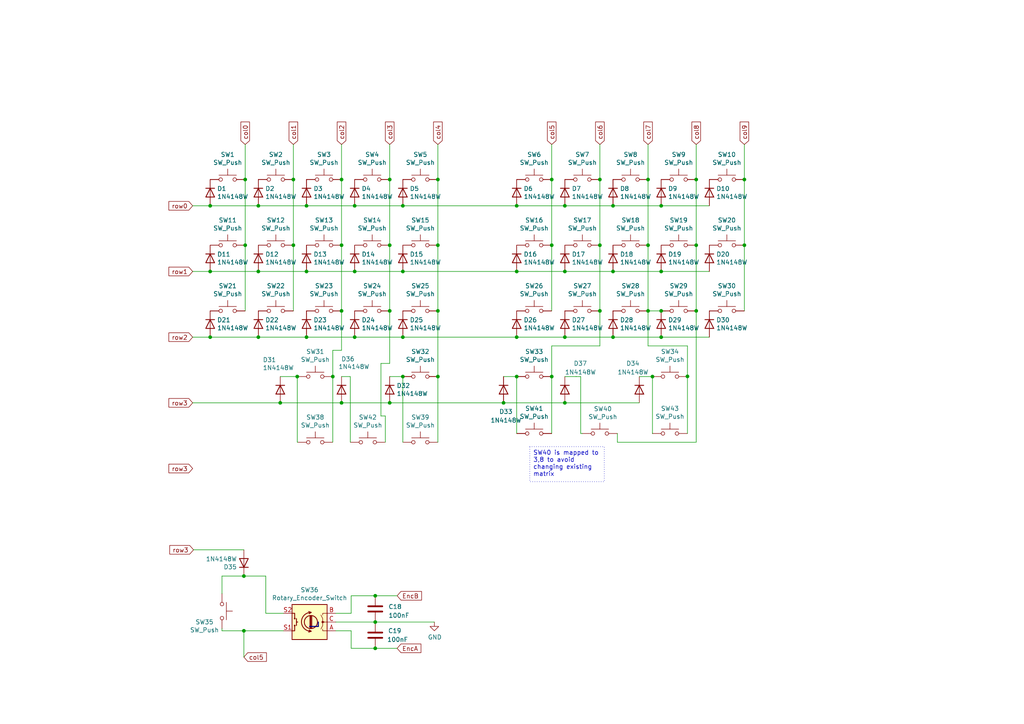
<source format=kicad_sch>
(kicad_sch (version 20230121) (generator eeschema)
  (paper "A4")
  (title_block (title "Hotswap Chiffre (36 key)") (date "2024-03-06") (rev "0.3") (company "sporkus"))
  (lib_symbols
    (symbol "Device:C" (pin_numbers hide) (pin_names (offset 0.254))
      (property "Reference" "C" (at 0.635 2.54 0))
      (property "Value" "C" (at 0.635 -2.54 0))
      (symbol "C_0_1"
        (polyline (pts (xy -2.032 -0.762) (xy 2.032 -0.762)) (stroke (width 0.508)))
        (polyline (pts (xy -2.032 0.762) (xy 2.032 0.762)) (stroke (width 0.508)))
      )
      (symbol "C_1_1"
        (pin passive line (at 0 3.81 270) (length 2.794) (name "~") (number "1"))
        (pin passive line (at 0 -3.81 90) (length 2.794) (name "~") (number "2"))
      )
    )
    (symbol "Diode:1N4148" (pin_numbers hide) (pin_names hide)
      (property "Reference" "D" (at 0 2.54 0))
      (property "Value" "1N4148" (at 0 -2.54 0))
      (symbol "1N4148_0_1"
        (polyline (pts (xy -1.27 1.27) (xy -1.27 -1.27)) (stroke (width 0.254)))
        (polyline (pts (xy 1.27 0) (xy -1.27 0)))
        (polyline (pts (xy 1.27 1.27) (xy 1.27 -1.27) (xy -1.27 0) (xy 1.27 1.27)) (stroke (width 0.254)))
      )
      (symbol "1N4148_1_1"
        (pin passive line (at -3.81 0 0) (length 2.54) (name "K") (number "1"))
        (pin passive line (at 3.81 0 180) (length 2.54) (name "A") (number "2"))
      )
    )
    (symbol "LeChiffre-rescue:Rotary_Encoder_Switch-Device" (pin_names (offset 0.254) hide)
      (property "Reference" "SW" (at 0 6.604 0))
      (property "Value" "Rotary_Encoder_Switch-Device" (at 0 -6.604 0))
      (symbol "Rotary_Encoder_Switch-Device_0_1"
        (rectangle (start -5.08 5.08) (end 5.08 -5.08) (stroke (width 0.254)) (fill (type background)))
        (circle (center -3.81 0) (radius 0.254) (fill (type outline)))
        (arc (start -0.381 -2.794) (mid 2.3376 -0.0635) (end -0.381 2.667) (stroke (width 0.254)))
        (circle (center -0.381 0) (radius 1.905) (stroke (width 0.254)))
        (polyline (pts (xy -0.635 -1.778) (xy -0.635 1.778)) (stroke (width 0.254)))
        (polyline (pts (xy -0.381 -1.778) (xy -0.381 1.778)) (stroke (width 0.254)))
        (polyline (pts (xy -0.127 1.778) (xy -0.127 -1.778)) (stroke (width 0.254)))
        (polyline (pts (xy 3.81 0) (xy 3.429 0)) (stroke (width 0.254)))
        (polyline (pts (xy 3.81 1.016) (xy 3.81 -1.016)) (stroke (width 0.254)))
        (polyline (pts (xy -5.08 -2.54) (xy -3.81 -2.54) (xy -3.81 -2.032)))
        (polyline (pts (xy -5.08 2.54) (xy -3.81 2.54) (xy -3.81 2.032)))
        (polyline (pts (xy 0.254 -3.048) (xy -0.508 -2.794) (xy 0.127 -2.413)) (stroke (width 0.254)))
        (polyline (pts (xy 0.254 2.921) (xy -0.508 2.667) (xy 0.127 2.286)) (stroke (width 0.254)))
        (polyline (pts (xy 5.08 -2.54) (xy 4.318 -2.54) (xy 4.318 -1.016)) (stroke (width 0.254)))
        (polyline (pts (xy 5.08 2.54) (xy 4.318 2.54) (xy 4.318 1.016)) (stroke (width 0.254)))
        (polyline (pts (xy -5.08 0) (xy -3.81 0) (xy -3.81 -1.016) (xy -3.302 -2.032)))
        (polyline (pts (xy -4.318 0) (xy -3.81 0) (xy -3.81 1.016) (xy -3.302 2.032)))
        (circle (center 4.318 -1.016) (radius 0.127) (stroke (width 0.254)))
        (circle (center 4.318 1.016) (radius 0.127) (stroke (width 0.254)))
      )
      (symbol "Rotary_Encoder_Switch-Device_1_1"
        (pin passive line (at -7.62 2.54 0) (length 2.54) (name "A") (number "A"))
        (pin passive line (at -7.62 -2.54 0) (length 2.54) (name "B") (number "B"))
        (pin passive line (at -7.62 0 0) (length 2.54) (name "C") (number "C"))
        (pin passive line (at 7.62 2.54 180) (length 2.54) (name "S1") (number "S1"))
        (pin passive line (at 7.62 -2.54 180) (length 2.54) (name "S2") (number "S2"))
      )
    )
    (symbol "Switch:SW_Push" (pin_numbers hide) (pin_names (offset 1.016) hide)
      (property "Reference" "SW" (at 1.27 2.54 0))
      (property "Value" "SW_Push" (at 0 -1.524 0))
      (symbol "SW_Push_0_1"
        (circle (center -2.032 0) (radius 0.508))
        (polyline (pts (xy 0 1.27) (xy 0 3.048)))
        (polyline (pts (xy 2.54 1.27) (xy -2.54 1.27)))
        (circle (center 2.032 0) (radius 0.508))
        (pin passive line (at -5.08 0 0) (length 2.54) (name "1") (number "1"))
        (pin passive line (at 5.08 0 180) (length 2.54) (name "2") (number "2"))
      )
    )
    (symbol "power:GND" (power) (pin_names (offset 0))
      (property "Value" "GND" (at 0 -3.81 0))
      (symbol "GND_0_1"
        (polyline (pts (xy 0 0) (xy 0 -1.27) (xy 1.27 -1.27) (xy 0 -2.54) (xy -1.27 -1.27) (xy 0 -1.27)))
      )
      (symbol "GND_1_1"
        (pin power_in line (at 0 0 270) (length 0) hide (name "GND") (number "1"))
      )
    )
  )
  (junction (at 187.96 52.07))
  (junction (at 102.87 78.74))
  (junction (at 70.7366 167.085))
  (junction (at 191.77 97.79))
  (junction (at 160.02 71.12))
  (junction (at 160.02 52.07))
  (junction (at 127 90.17))
  (junction (at 74.93 59.69))
  (junction (at 108.8366 188.04))
  (junction (at 60.96 59.69))
  (junction (at 81.28 116.84))
  (junction (at 127 71.12))
  (junction (at 163.83 97.79))
  (junction (at 108.8366 172.8))
  (junction (at 70.7366 182.96))
  (junction (at 88.9 97.79))
  (junction (at 149.86 78.74))
  (junction (at 86.2186 109.22))
  (junction (at 113.03 52.07))
  (junction (at 74.93 97.79))
  (junction (at 71.12 71.12))
  (junction (at 201.93 90.17))
  (junction (at 191.77 78.74))
  (junction (at 99.06 90.17))
  (junction (at 177.8 59.69))
  (junction (at 146.05 116.84))
  (junction (at 187.96 71.12))
  (junction (at 99.06 52.07))
  (junction (at 96.52 109.22))
  (junction (at 189.2412 109.22))
  (junction (at 215.9 71.12))
  (junction (at 85.09 71.12))
  (junction (at 60.96 78.74))
  (junction (at 102.87 59.69))
  (junction (at 201.93 71.12))
  (junction (at 108.8366 180.42))
  (junction (at 187.96 90.17))
  (junction (at 163.83 59.69))
  (junction (at 113.03 116.84))
  (junction (at 163.83 116.84))
  (junction (at 88.9 78.74))
  (junction (at 113.03 90.17))
  (junction (at 99.06 116.84))
  (junction (at 116.84 109.22))
  (junction (at 127 109.22))
  (junction (at 60.96 97.79))
  (junction (at 71.12 52.07))
  (junction (at 149.86 59.69))
  (junction (at 191.77 59.69))
  (junction (at 74.93 78.74))
  (junction (at 173.99 71.12))
  (junction (at 88.9 59.69))
  (junction (at 199.39 109.1694))
  (junction (at 85.09 52.07))
  (junction (at 215.9 52.07))
  (junction (at 116.84 59.69))
  (junction (at 191.77 90.17))
  (junction (at 173.99 52.07))
  (junction (at 116.84 97.79))
  (junction (at 201.93 52.07))
  (junction (at 160.02 109.22))
  (junction (at 177.8 97.79))
  (junction (at 116.84 78.74))
  (junction (at 113.03 71.12))
  (junction (at 149.86 97.79))
  (junction (at 127 52.07))
  (junction (at 173.99 90.17))
  (junction (at 99.06 71.12))
  (junction (at 149.86 109.22))
  (junction (at 163.83 78.74))
  (junction (at 102.87 97.79))
  (junction (at 177.8 78.74))
  (wire (pts (xy 149.86 59.69) (xy 163.83 59.69)))
  (wire (pts (xy 113.03 52.07) (xy 113.03 71.12)))
  (wire (pts (xy 108.8366 172.8) (xy 101.8516 172.8)))
  (wire (pts (xy 163.83 59.69) (xy 177.8 59.69)))
  (wire (pts (xy 127 71.12) (xy 127 90.17)))
  (wire (pts (xy 86.2186 109.22) (xy 86.2186 128.27)))
  (wire (pts (xy 199.4012 109.1694) (xy 199.4012 109.22)))
  (wire (pts (xy 102.87 97.79) (xy 116.84 97.79)))
  (wire (pts (xy 113.03 109.22) (xy 116.84 109.22)))
  (bus (pts (xy 92.3266 180.42) (xy 92.3266 181.69)))
  (wire (pts (xy 99.06 41.91) (xy 99.06 52.07)))
  (wire (pts (xy 70.7366 182.96) (xy 82.1666 182.96)))
  (wire (pts (xy 160.02 52.07) (xy 160.02 71.12)))
  (wire (pts (xy 127 41.91) (xy 127 52.07)))
  (wire (pts (xy 168.4288 125.73) (xy 168.4288 109.2207)))
  (wire (pts (xy 108.8366 180.42) (xy 125.9816 180.42)))
  (wire (pts (xy 201.93 128.27) (xy 201.93 90.17)))
  (wire (pts (xy 179.07 125.73) (xy 179.07 128.27)))
  (wire (pts (xy 191.77 97.79) (xy 205.74 97.79)))
  (wire (pts (xy 201.93 52.07) (xy 201.93 71.12)))
  (wire (pts (xy 110.49 105.41) (xy 110.49 120.65)))
  (wire (pts (xy 160.02 100.33) (xy 160.02 109.22)))
  (wire (pts (xy 85.09 71.12) (xy 85.09 90.17)))
  (wire (pts (xy 187.96 90.17) (xy 187.96 100.33)))
  (wire (pts (xy 193.0512 90.17) (xy 191.77 90.17)))
  (wire (pts (xy 99.06 90.17) (xy 99.06 101.6)))
  (wire (pts (xy 173.99 90.17) (xy 173.99 100.33)))
  (wire (pts (xy 160.02 109.22) (xy 160.02 125.73)))
  (wire (pts (xy 77.0866 177.88) (xy 82.1666 177.88)))
  (wire (pts (xy 71.12 71.12) (xy 71.12 90.17)))
  (wire (pts (xy 173.99 41.91) (xy 173.99 52.07)))
  (wire (pts (xy 116.84 59.69) (xy 149.86 59.69)))
  (wire (pts (xy 191.77 90.17) (xy 187.96 90.17)))
  (wire (pts (xy 173.99 52.07) (xy 173.99 71.12)))
  (wire (pts (xy 70.7366 182.96) (xy 70.7366 190.58)))
  (wire (pts (xy 187.96 41.91) (xy 187.96 52.07)))
  (wire (pts (xy 101.8516 172.8) (xy 101.8516 177.88)))
  (wire (pts (xy 185.42 109.22) (xy 189.2412 109.22)))
  (wire (pts (xy 179.07 128.27) (xy 201.93 128.27)))
  (wire (pts (xy 146.05 116.84) (xy 163.83 116.84)))
  (wire (pts (xy 74.93 78.74) (xy 88.9 78.74)))
  (bus (pts (xy 92.3266 181.69) (xy 89.7866 181.69)))
  (wire (pts (xy 64.3866 182.96) (xy 70.7366 182.96)))
  (wire (pts (xy 187.96 100.33) (xy 199.39 100.33)))
  (wire (pts (xy 108.8366 172.8) (xy 115.1866 172.8)))
  (wire (pts (xy 113.03 41.91) (xy 113.03 52.07)))
  (wire (pts (xy 116.84 78.74) (xy 149.86 78.74)))
  (wire (pts (xy 149.86 78.74) (xy 163.83 78.74)))
  (wire (pts (xy 55.88 97.79) (xy 60.96 97.79)))
  (wire (pts (xy 163.83 97.79) (xy 177.8 97.79)))
  (wire (pts (xy 215.9 71.12) (xy 215.9 90.17)))
  (wire (pts (xy 81.28 116.84) (xy 99.06 116.84)))
  (wire (pts (xy 215.9 41.91) (xy 215.9 52.07)))
  (wire (pts (xy 160.02 71.12) (xy 160.02 90.17)))
  (wire (pts (xy 96.52 109.22) (xy 96.52 128.27)))
  (wire (pts (xy 55.88 116.84) (xy 81.28 116.84)))
  (wire (pts (xy 55.88 78.74) (xy 60.96 78.74)))
  (wire (pts (xy 74.93 59.69) (xy 88.9 59.69)))
  (wire (pts (xy 113.03 71.12) (xy 113.03 90.17)))
  (wire (pts (xy 191.77 59.69) (xy 205.74 59.69)))
  (wire (pts (xy 55.88 59.69) (xy 60.96 59.69)))
  (wire (pts (xy 199.39 109.1694) (xy 199.4012 109.1694)))
  (wire (pts (xy 201.93 71.12) (xy 201.93 90.17)))
  (wire (pts (xy 88.9 59.69) (xy 102.87 59.69)))
  (wire (pts (xy 102.87 78.74) (xy 116.84 78.74)))
  (wire (pts (xy 64.3866 182.96) (xy 64.3866 182.325)))
  (wire (pts (xy 215.9 52.07) (xy 215.9 71.12)))
  (wire (pts (xy 88.9 97.79) (xy 102.87 97.79)))
  (wire (pts (xy 113.03 90.17) (xy 113.03 105.41)))
  (wire (pts (xy 64.3866 172.165) (xy 64.3866 167.085)))
  (wire (pts (xy 187.96 52.07) (xy 187.96 71.12)))
  (wire (pts (xy 60.96 97.79) (xy 74.93 97.79)))
  (wire (pts (xy 127 90.17) (xy 127 109.22)))
  (wire (pts (xy 177.8 97.79) (xy 191.77 97.79)))
  (wire (pts (xy 163.83 116.84) (xy 185.42 116.84)))
  (wire (pts (xy 173.99 100.33) (xy 160.02 100.33)))
  (wire (pts (xy 101.8516 188.04) (xy 108.8366 188.04)))
  (wire (pts (xy 110.49 120.65) (xy 111.76 120.65)))
  (wire (pts (xy 81.28 109.22) (xy 86.2186 109.22)))
  (wire (pts (xy 113.03 116.84) (xy 146.05 116.84)))
  (wire (pts (xy 173.99 71.12) (xy 173.99 90.17)))
  (wire (pts (xy 96.52 101.6) (xy 99.06 101.6)))
  (wire (pts (xy 168.91 125.73) (xy 168.4288 125.73)))
  (wire (pts (xy 167.0931 109.2207) (xy 167.0931 109.22)))
  (wire (pts (xy 167.0931 109.22) (xy 163.83 109.22)))
  (wire (pts (xy 116.84 97.79) (xy 149.86 97.79)))
  (wire (pts (xy 187.96 71.12) (xy 187.96 90.17)))
  (wire (pts (xy 113.03 105.41) (xy 110.49 105.41)))
  (wire (pts (xy 85.09 41.91) (xy 85.09 52.07)))
  (wire (pts (xy 108.8366 180.42) (xy 97.4066 180.42)))
  (wire (pts (xy 101.6 109.22) (xy 101.6 128.27)))
  (wire (pts (xy 199.39 100.33) (xy 199.39 109.1694)))
  (wire (pts (xy 116.84 128.27) (xy 116.84 109.22)))
  (wire (pts (xy 70.7366 167.085) (xy 77.0866 167.085)))
  (wire (pts (xy 149.86 109.22) (xy 149.86 125.73)))
  (wire (pts (xy 99.06 116.84) (xy 113.03 116.84)))
  (wire (pts (xy 101.8516 182.96) (xy 97.4066 182.96)))
  (wire (pts (xy 160.02 41.91) (xy 160.02 52.07)))
  (wire (pts (xy 101.8516 188.04) (xy 101.8516 182.96)))
  (wire (pts (xy 86.2186 109.22) (xy 86.36 109.22)))
  (wire (pts (xy 71.12 52.07) (xy 71.12 71.12)))
  (wire (pts (xy 108.8366 188.04) (xy 115.1866 188.04)))
  (wire (pts (xy 199.39 109.1694) (xy 199.39 125.73)))
  (wire (pts (xy 85.09 52.07) (xy 85.09 71.12)))
  (wire (pts (xy 127 109.22) (xy 127 128.27)))
  (wire (pts (xy 88.9 78.74) (xy 102.87 78.74)))
  (wire (pts (xy 127 52.07) (xy 127 71.12)))
  (wire (pts (xy 99.06 52.07) (xy 99.06 71.12)))
  (wire (pts (xy 163.83 78.74) (xy 177.8 78.74)))
  (wire (pts (xy 201.93 41.91) (xy 201.93 52.07)))
  (wire (pts (xy 99.06 71.12) (xy 99.06 90.17)))
  (wire (pts (xy 189.23 125.73) (xy 189.2412 125.73)))
  (wire (pts (xy 64.3866 167.085) (xy 70.7366 167.085)))
  (wire (pts (xy 191.77 78.74) (xy 205.74 78.74)))
  (wire (pts (xy 177.8 59.69) (xy 191.77 59.69)))
  (wire (pts (xy 71.12 52.07) (xy 71.12 41.91)))
  (wire (pts (xy 99.06 109.22) (xy 101.6 109.22)))
  (wire (pts (xy 77.0866 167.085) (xy 77.0866 177.88)))
  (wire (pts (xy 149.86 97.79) (xy 163.83 97.79)))
  (wire (pts (xy 168.4288 109.2207) (xy 167.0931 109.2207)))
  (wire (pts (xy 56.1316 159.465) (xy 70.7366 159.465)))
  (wire (pts (xy 177.8 78.74) (xy 191.77 78.74)))
  (wire (pts (xy 86.2186 128.27) (xy 86.36 128.27)))
  (wire (pts (xy 101.8516 177.88) (xy 97.4066 177.88)))
  (wire (pts (xy 146.05 109.22) (xy 149.86 109.22)))
  (wire (pts (xy 60.96 78.74) (xy 74.93 78.74)))
  (wire (pts (xy 74.93 97.79) (xy 88.9 97.79)))
  (wire (pts (xy 189.2412 125.73) (xy 189.2412 109.22)))
  (wire (pts (xy 111.76 120.65) (xy 111.76 128.27)))
  (wire (pts (xy 102.87 59.69) (xy 116.84 59.69)))
  (wire (pts (xy 60.96 59.69) (xy 74.93 59.69)))
  (wire (pts (xy 96.52 101.6) (xy 96.52 109.22)))
  (text_box "SW40 is mapped to 3,8 to avoid changing existing matrix" (at 153.67 129.54 0) (size 21.59 10.16) (stroke (width 0) (type dot)) (effects (font (size 1.27 1.27)) (justify left top)))
  (global_label "col7" (shape input) (at 187.96 41.91 90) (property "Intersheetrefs" "${INTERSHEET_REFS}" (effects hide)))
  (global_label "col2" (shape input) (at 99.06 41.91 90) (property "Intersheetrefs" "${INTERSHEET_REFS}" (effects hide)))
  (global_label "col8" (shape input) (at 201.93 41.91 90) (property "Intersheetrefs" "${INTERSHEET_REFS}" (effects hide)))
  (global_label "EncB" (shape input) (at 115.1866 172.8 0) (property "Intersheetrefs" "${INTERSHEET_REFS}" (effects hide)))
  (global_label "col0" (shape input) (at 71.12 41.91 90) (property "Intersheetrefs" "${INTERSHEET_REFS}" (effects hide)))
  (global_label "col3" (shape input) (at 113.03 41.91 90) (property "Intersheetrefs" "${INTERSHEET_REFS}" (effects hide)))
  (global_label "col4" (shape input) (at 127 41.91 90) (property "Intersheetrefs" "${INTERSHEET_REFS}" (effects hide)))
  (global_label "row1" (shape input) (at 55.88 78.74 180) (property "Intersheetrefs" "${INTERSHEET_REFS}" (effects hide)))
  (global_label "row2" (shape input) (at 55.88 97.79 180) (property "Intersheetrefs" "${INTERSHEET_REFS}" (effects hide)))
  (global_label "row3" (shape input) (at 55.88 116.84 180) (property "Intersheetrefs" "${INTERSHEET_REFS}" (effects hide)))
  (global_label "col1" (shape input) (at 85.09 41.91 90) (property "Intersheetrefs" "${INTERSHEET_REFS}" (effects hide)))
  (global_label "col5" (shape input) (at 70.7366 190.58 0) (property "Intersheetrefs" "${INTERSHEET_REFS}" (effects hide)))
  (global_label "row3" (shape input) (at 55.88 135.89 180) (property "Intersheetrefs" "${INTERSHEET_REFS}" (effects hide)))
  (global_label "col5" (shape input) (at 160.02 41.91 90) (property "Intersheetrefs" "${INTERSHEET_REFS}" (effects hide)))
  (global_label "row0" (shape input) (at 55.88 59.69 180) (property "Intersheetrefs" "${INTERSHEET_REFS}" (effects hide)))
  (global_label "col9" (shape input) (at 215.9 41.91 90) (property "Intersheetrefs" "${INTERSHEET_REFS}" (effects hide)))
  (global_label "EncA" (shape input) (at 115.1866 188.04 0) (property "Intersheetrefs" "${INTERSHEET_REFS}" (effects hide)))
  (global_label "row3" (shape input) (at 56.1316 159.465 180) (property "Intersheetrefs" "${INTERSHEET_REFS}" (effects hide)))
  (global_label "col6" (shape input) (at 173.99 41.91 90) (property "Intersheetrefs" "${INTERSHEET_REFS}" (effects hide)))
  (symbol (lib_id "Diode:1N4148") (at 205.74 74.93 270) (unit 1)
    (property "Reference" "D20" (at 207.7466 73.7616 90) (effects (justify left)))
    (property "Value" "1N4148W" (at 207.7466 76.073 90) (effects (justify left)))
    (property "Footprint" "Diode_SMD:D_SOD-123" (effects hide))
    (property "Datasheet" "https://assets.nexperia.com/documents/data-sheet/1N4148_1N4448.pdf" (effects hide))
    (property "JlcRotOffset" "-14" (effects hide))
    (instances (project "stm32_chiffre_36keys" (path "" (reference "D20") (unit 1))) (project "LeChiffre" (path "" (reference "D?") (unit 1))))
  )
  (symbol (lib_id "Diode:1N4148") (at 102.87 74.93 270) (unit 1)
    (property "Reference" "D14" (at 104.8766 73.7616 90) (effects (justify left)))
    (property "Value" "1N4148W" (at 104.8766 76.073 90) (effects (justify left)))
    (property "Footprint" "Diode_SMD:D_SOD-123" (effects hide))
    (property "Datasheet" "https://assets.nexperia.com/documents/data-sheet/1N4148_1N4448.pdf" (effects hide))
    (property "JlcRotOffset" "14" (effects hide))
    (instances (project "stm32_chiffre_36keys" (path "" (reference "D14") (unit 1))) (project "LeChiffre" (path "" (reference "D?") (unit 1))))
  )
  (symbol (lib_id "Diode:1N4148") (at 70.7366 163.275 90) (unit 1)
    (property "Reference" "D35" (at 68.73 164.4434 90) (effects (justify left)))
    (property "Value" "1N4148W" (at 68.73 162.132 90) (effects (justify left)))
    (property "Footprint" "Diode_SMD:D_SOD-123" (effects hide))
    (property "Datasheet" "https://assets.nexperia.com/documents/data-sheet/1N4148_1N4448.pdf" (effects hide))
    (property "JlcRotOffset" "0" (effects hide))
    (instances (project "stm32_chiffre_36keys" (path "" (reference "D35") (unit 1))) (project "LeChiffre" (path "" (reference "D?") (unit 1))))
  )
  (symbol (lib_id "Switch:SW_Push") (at 64.3866 177.245 270) (unit 1)
    (property "Reference" "SW35" (at 59.3066 180.42 90))
    (property "Value" "SW_Push" (at 59.3066 182.7314 90))
    (property "Footprint" "MX_Alps_Hybrid:MX-Alps-Hybrid-1U" (effects hide))
    (property "exclude_pcba" "true" (effects hide))
    (instances (project "stm32_chiffre_36keys" (path "" (reference "SW35") (unit 1))) (project "LeChiffre" (path "" (reference "SW?") (unit 1))))
  )
  (symbol (lib_id "Switch:SW_Push") (at 80.01 90.17 0) (unit 1)
    (property "Reference" "SW22" (at 80.01 82.931 0))
    (property "Value" "SW_Push" (at 80.01 85.2424 0))
    (property "Footprint" "MX_hotswap_alps:MX-Hotswap-Alps-1U" (effects hide))
    (property "exclude_pcba" "true" (effects hide))
    (instances (project "stm32_chiffre_36keys" (path "" (reference "SW22") (unit 1))) (project "LeChiffre" (path "" (reference "SW?") (unit 1))))
  )
  (symbol (lib_id "Diode:1N4148") (at 116.84 55.88 270) (unit 1)
    (property "Reference" "D5" (at 118.8466 54.7116 90) (effects (justify left)))
    (property "Value" "1N4148W" (at 118.8466 57.023 90) (effects (justify left)))
    (property "Footprint" "Diode_SMD:D_SOD-123" (effects hide))
    (property "Datasheet" "https://assets.nexperia.com/documents/data-sheet/1N4148_1N4448.pdf" (effects hide))
    (property "JlcRotOffset" "14" (effects hide))
    (instances (project "stm32_chiffre_36keys" (path "" (reference "D5") (unit 1))) (project "LeChiffre" (path "" (reference "D?") (unit 1))))
  )
  (symbol (lib_id "Diode:1N4148") (at 88.9 93.98 270) (unit 1)
    (property "Reference" "D23" (at 90.9066 92.8116 90) (effects (justify left)))
    (property "Value" "1N4148W" (at 90.9066 95.123 90) (effects (justify left)))
    (property "Footprint" "Diode_SMD:D_SOD-123" (effects hide))
    (property "Datasheet" "https://assets.nexperia.com/documents/data-sheet/1N4148_1N4448.pdf" (effects hide))
    (property "JlcRotOffset" "14" (effects hide))
    (instances (project "stm32_chiffre_36keys" (path "" (reference "D23") (unit 1))) (project "LeChiffre" (path "" (reference "D?") (unit 1))))
  )
  (symbol (lib_id "Diode:1N4148") (at 74.93 74.93 270) (unit 1)
    (property "Reference" "D12" (at 76.9366 73.7616 90) (effects (justify left)))
    (property "Value" "1N4148W" (at 76.9366 76.073 90) (effects (justify left)))
    (property "Footprint" "Diode_SMD:D_SOD-123" (effects hide))
    (property "Datasheet" "https://assets.nexperia.com/documents/data-sheet/1N4148_1N4448.pdf" (effects hide))
    (property "JlcRotOffset" "14" (effects hide))
    (instances (project "stm32_chiffre_36keys" (path "" (reference "D12") (unit 1))) (project "LeChiffre" (path "" (reference "D?") (unit 1))))
  )
  (symbol (lib_id "Switch:SW_Push") (at 196.85 71.12 0) (unit 1)
    (property "Reference" "SW19" (at 196.85 63.881 0))
    (property "Value" "SW_Push" (at 196.85 66.1924 0))
    (property "Footprint" "MX_hotswap_alps:MX-Hotswap-Alps-1U" (effects hide))
    (property "exclude_pcba" "true" (effects hide))
    (instances (project "stm32_chiffre_36keys" (path "" (reference "SW19") (unit 1))) (project "LeChiffre" (path "" (reference "SW?") (unit 1))))
  )
  (symbol (lib_id "Switch:SW_Push") (at 121.92 71.12 0) (unit 1)
    (property "Reference" "SW15" (at 121.92 63.881 0))
    (property "Value" "SW_Push" (at 121.92 66.1924 0))
    (property "Footprint" "MX_hotswap_alps:MX-Hotswap-Alps-1U" (effects hide))
    (property "exclude_pcba" "true" (effects hide))
    (instances (project "stm32_chiffre_36keys" (path "" (reference "SW15") (unit 1))) (project "LeChiffre" (path "" (reference "SW?") (unit 1))))
  )
  (symbol (lib_id "Diode:1N4148") (at 163.83 113.03 270) (unit 1)
    (property "Reference" "D37" (at 166.37 105.41 90) (effects (justify left)))
    (property "Value" "1N4148W" (at 163.83 107.95 90) (effects (justify left)))
    (property "Footprint" "Diode_SMD:D_SOD-123" (effects hide))
    (property "Datasheet" "https://assets.nexperia.com/documents/data-sheet/1N4148_1N4448.pdf" (effects hide))
    (property "JlcRotOffset" "-14" (effects hide))
  )
  (symbol (lib_id "Device:C") (at 108.8366 176.61 0) (unit 1)
    (property "Reference" "C18" (at 112.6466 175.975 0) (effects (justify left)))
    (property "Value" "100nF" (at 112.6466 178.515 0) (effects (justify left)))
    (property "Footprint" "Capacitor_SMD:C_0402_1005Metric" (effects hide))
    (property "LCSC" "C307331" (effects hide))
    (instances (project "key_matrix" (path "" (reference "C18") (unit 1))) (project "bully" (path "" (reference "C18") (unit 1))) (project "stm32_chiffre_36keys" (path "" (reference "C9") (unit 1))))
  )
  (symbol (lib_id "Diode:1N4148") (at 177.8 93.98 270) (unit 1)
    (property "Reference" "D28" (at 179.8066 92.8116 90) (effects (justify left)))
    (property "Value" "1N4148W" (at 179.8066 95.123 90) (effects (justify left)))
    (property "Footprint" "Diode_SMD:D_SOD-123" (effects hide))
    (property "Datasheet" "https://assets.nexperia.com/documents/data-sheet/1N4148_1N4448.pdf" (effects hide))
    (property "JlcRotOffset" "-14" (effects hide))
    (instances (project "stm32_chiffre_36keys" (path "" (reference "D28") (unit 1))) (project "LeChiffre" (path "" (reference "D?") (unit 1))))
  )
  (symbol (lib_id "Diode:1N4148") (at 146.05 113.03 270) (unit 1)
    (property "Reference" "D33" (at 144.78 119.38 90) (effects (justify left)))
    (property "Value" "1N4148W" (at 142.24 121.92 90) (effects (justify left)))
    (property "Footprint" "Diode_SMD:D_SOD-123" (effects hide))
    (property "Datasheet" "https://assets.nexperia.com/documents/data-sheet/1N4148_1N4448.pdf" (effects hide))
    (property "JlcRotOffset" "-14" (effects hide))
    (instances (project "stm32_chiffre_36keys" (path "" (reference "D33") (unit 1))) (project "LeChiffre" (path "" (reference "D?") (unit 1))))
  )
  (symbol (lib_id "Switch:SW_Push") (at 182.88 71.12 0) (unit 1)
    (property "Reference" "SW18" (at 182.88 63.881 0))
    (property "Value" "SW_Push" (at 182.88 66.1924 0))
    (property "Footprint" "MX_hotswap_alps:MX-Hotswap-Alps-1U" (effects hide))
    (property "exclude_pcba" "true" (effects hide))
    (instances (project "stm32_chiffre_36keys" (path "" (reference "SW18") (unit 1))) (project "LeChiffre" (path "" (reference "SW?") (unit 1))))
  )
  (symbol (lib_id "Switch:SW_Push") (at 194.3212 109.22 0) (mirror y) (unit 1)
    (property "Reference" "SW34" (at 194.3212 101.981 0))
    (property "Value" "SW_Push" (at 194.3212 104.2924 0))
    (property "Footprint" "MX_hotswap_alps:MX-Hotswap-Alps-1.25U" (effects hide))
    (property "exclude_pcba" "true" (effects hide))
    (instances (project "stm32_chiffre_36keys" (path "" (reference "SW34") (unit 1))) (project "LeChiffre" (path "" (reference "SW?") (unit 1))))
  )
  (symbol (lib_id "Switch:SW_Push") (at 168.91 90.17 0) (unit 1)
    (property "Reference" "SW27" (at 168.91 82.931 0))
    (property "Value" "SW_Push" (at 168.91 85.2424 0))
    (property "Footprint" "MX_hotswap_alps:MX-Hotswap-Alps-1U" (effects hide))
    (property "exclude_pcba" "true" (effects hide))
    (instances (project "stm32_chiffre_36keys" (path "" (reference "SW27") (unit 1))) (project "LeChiffre" (path "" (reference "SW?") (unit 1))))
  )
  (symbol (lib_id "Switch:SW_Push") (at 91.44 128.27 0) (mirror y) (unit 1)
    (property "Reference" "SW38" (at 91.44 121.031 0))
    (property "Value" "SW_Push" (at 91.44 123.3424 0))
    (property "Footprint" "MX_hotswap_alps:MX-Hotswap-Alps-1U" (effects hide))
    (property "exclude_pcba" "true" (effects hide))
  )
  (symbol (lib_id "Switch:SW_Push") (at 210.82 52.07 0) (unit 1)
    (property "Reference" "SW10" (at 210.82 44.831 0))
    (property "Value" "SW_Push" (at 210.82 47.1424 0))
    (property "Footprint" "MX_hotswap_alps:MX-Hotswap-Alps-1U" (effects hide))
    (property "exclude_pcba" "true" (effects hide))
    (instances (project "stm32_chiffre_36keys" (path "" (reference "SW10") (unit 1))) (project "LeChiffre" (path "" (reference "SW?") (unit 1))))
  )
  (symbol (lib_id "Diode:1N4148") (at 149.86 93.98 270) (unit 1)
    (property "Reference" "D26" (at 151.8666 92.8116 90) (effects (justify left)))
    (property "Value" "1N4148W" (at 151.8666 95.123 90) (effects (justify left)))
    (property "Footprint" "Diode_SMD:D_SOD-123" (effects hide))
    (property "Datasheet" "https://assets.nexperia.com/documents/data-sheet/1N4148_1N4448.pdf" (effects hide))
    (property "JlcRotOffset" "-14" (effects hide))
    (instances (project "stm32_chiffre_36keys" (path "" (reference "D26") (unit 1))) (project "LeChiffre" (path "" (reference "D?") (unit 1))))
  )
  (symbol (lib_id "Switch:SW_Push") (at 93.98 71.12 0) (unit 1)
    (property "Reference" "SW13" (at 93.98 63.881 0))
    (property "Value" "SW_Push" (at 93.98 66.1924 0))
    (property "Footprint" "MX_hotswap_alps:MX-Hotswap-Alps-1U" (effects hide))
    (property "exclude_pcba" "true" (effects hide))
    (instances (project "stm32_chiffre_36keys" (path "" (reference "SW13") (unit 1))) (project "LeChiffre" (path "" (reference "SW?") (unit 1))))
  )
  (symbol (lib_id "Switch:SW_Push") (at 107.95 71.12 0) (unit 1)
    (property "Reference" "SW14" (at 107.95 63.881 0))
    (property "Value" "SW_Push" (at 107.95 66.1924 0))
    (property "Footprint" "MX_hotswap_alps:MX-Hotswap-Alps-1U" (effects hide))
    (property "exclude_pcba" "true" (effects hide))
    (instances (project "stm32_chiffre_36keys" (path "" (reference "SW14") (unit 1))) (project "LeChiffre" (path "" (reference "SW?") (unit 1))))
  )
  (symbol (lib_id "Switch:SW_Push") (at 107.95 90.17 0) (unit 1)
    (property "Reference" "SW24" (at 107.95 82.931 0))
    (property "Value" "SW_Push" (at 107.95 85.2424 0))
    (property "Footprint" "MX_hotswap_alps:MX-Hotswap-Alps-1U" (effects hide))
    (property "exclude_pcba" "true" (effects hide))
    (instances (project "stm32_chiffre_36keys" (path "" (reference "SW24") (unit 1))) (project "LeChiffre" (path "" (reference "SW?") (unit 1))))
  )
  (symbol (lib_id "Switch:SW_Push") (at 66.04 52.07 0) (unit 1)
    (property "Reference" "SW1" (at 66.04 44.831 0))
    (property "Value" "SW_Push" (at 66.04 47.1424 0))
    (property "Footprint" "MX_hotswap_alps:MX-Hotswap-Alps-1U" (effects hide))
    (property "exclude_pcba" "true" (effects hide))
    (instances (project "stm32_chiffre_36keys" (path "" (reference "SW1") (unit 1))) (project "LeChiffre" (path "" (reference "SW?") (unit 1))))
  )
  (symbol (lib_id "Switch:SW_Push") (at 80.01 52.07 0) (unit 1)
    (property "Reference" "SW2" (at 80.01 44.831 0))
    (property "Value" "SW_Push" (at 80.01 47.1424 0))
    (property "Footprint" "MX_hotswap_alps:MX-Hotswap-Alps-1U" (effects hide))
    (property "exclude_pcba" "true" (effects hide))
    (instances (project "stm32_chiffre_36keys" (path "" (reference "SW2") (unit 1))) (project "LeChiffre" (path "" (reference "SW?") (unit 1))))
  )
  (symbol (lib_id "Switch:SW_Push") (at 196.85 90.17 0) (unit 1)
    (property "Reference" "SW29" (at 196.85 82.931 0))
    (property "Value" "SW_Push" (at 196.85 85.2424 0))
    (property "Footprint" "MX_hotswap_alps:MX-Hotswap-Alps-1U" (effects hide))
    (property "exclude_pcba" "true" (effects hide))
    (instances (project "stm32_chiffre_36keys" (path "" (reference "SW29") (unit 1))) (project "LeChiffre" (path "" (reference "SW?") (unit 1))))
  )
  (symbol (lib_id "Diode:1N4148") (at 99.06 113.03 90) (mirror x) (unit 1)
    (property "Reference" "D36" (at 102.87 104.14 90) (effects (justify left)))
    (property "Value" "1N4148W" (at 107.1856 106.3546 90) (effects (justify left)))
    (property "Footprint" "Diode_SMD:D_SOD-123" (effects hide))
    (property "Datasheet" "https://assets.nexperia.com/documents/data-sheet/1N4148_1N4448.pdf" (effects hide))
    (property "JlcRotOffset" "14" (effects hide))
  )
  (symbol (lib_id "Diode:1N4148") (at 88.9 74.93 270) (unit 1)
    (property "Reference" "D13" (at 90.9066 73.7616 90) (effects (justify left)))
    (property "Value" "1N4148W" (at 90.9066 76.073 90) (effects (justify left)))
    (property "Footprint" "Diode_SMD:D_SOD-123" (effects hide))
    (property "Datasheet" "https://assets.nexperia.com/documents/data-sheet/1N4148_1N4448.pdf" (effects hide))
    (property "JlcRotOffset" "14" (effects hide))
    (instances (project "stm32_chiffre_36keys" (path "" (reference "D13") (unit 1))) (project "LeChiffre" (path "" (reference "D?") (unit 1))))
  )
  (symbol (lib_id "Switch:SW_Push") (at 154.94 71.12 0) (unit 1)
    (property "Reference" "SW16" (at 154.94 63.881 0))
    (property "Value" "SW_Push" (at 154.94 66.1924 0))
    (property "Footprint" "MX_hotswap_alps:MX-Hotswap-Alps-1U" (effects hide))
    (property "exclude_pcba" "true" (effects hide))
    (instances (project "stm32_chiffre_36keys" (path "" (reference "SW16") (unit 1))) (project "LeChiffre" (path "" (reference "SW?") (unit 1))))
  )
  (symbol (lib_id "Switch:SW_Push") (at 168.91 52.07 0) (unit 1)
    (property "Reference" "SW7" (at 168.91 44.831 0))
    (property "Value" "SW_Push" (at 168.91 47.1424 0))
    (property "Footprint" "MX_hotswap_alps:MX-Hotswap-Alps-1U" (effects hide))
    (property "exclude_pcba" "true" (effects hide))
    (instances (project "stm32_chiffre_36keys" (path "" (reference "SW7") (unit 1))) (project "LeChiffre" (path "" (reference "SW?") (unit 1))))
  )
  (symbol (lib_id "Switch:SW_Push") (at 154.94 109.22 0) (unit 1)
    (property "Reference" "SW33" (at 154.94 101.981 0))
    (property "Value" "SW_Push" (at 154.94 104.2924 0))
    (property "Footprint" "MX_hotswap_alps:MX-Hotswap-Alps-2U" (effects hide))
    (property "exclude_pcba" "true" (effects hide))
    (instances (project "stm32_chiffre_36keys" (path "" (reference "SW33") (unit 1))) (project "LeChiffre" (path "" (reference "SW?") (unit 1))))
  )
  (symbol (lib_id "Switch:SW_Push") (at 121.92 52.07 0) (unit 1)
    (property "Reference" "SW5" (at 121.92 44.831 0))
    (property "Value" "SW_Push" (at 121.92 47.1424 0))
    (property "Footprint" "MX_hotswap_alps:MX-Hotswap-Alps-1U" (effects hide))
    (property "exclude_pcba" "true" (effects hide))
    (instances (project "stm32_chiffre_36keys" (path "" (reference "SW5") (unit 1))) (project "LeChiffre" (path "" (reference "SW?") (unit 1))))
  )
  (symbol (lib_id "Switch:SW_Push") (at 121.92 109.22 0) (unit 1)
    (property "Reference" "SW32" (at 121.92 101.981 0))
    (property "Value" "SW_Push" (at 121.92 104.2924 0))
    (property "Footprint" "MX_hotswap_alps:MX-Hotswap-Alps-2U" (effects hide))
    (property "exclude_pcba" "true" (effects hide))
    (instances (project "stm32_chiffre_36keys" (path "" (reference "SW32") (unit 1))) (project "LeChiffre" (path "" (reference "SW?") (unit 1))))
  )
  (symbol (lib_id "Switch:SW_Push") (at 121.92 128.27 0) (mirror y) (unit 1)
    (property "Reference" "SW39" (at 121.92 121.031 0))
    (property "Value" "SW_Push" (at 121.92 123.3424 0))
    (property "Footprint" "MX_hotswap_alps:MX-Hotswap-Alps-1.25U" (effects hide))
    (property "exclude_pcba" "true" (effects hide))
  )
  (symbol (lib_id "Switch:SW_Push") (at 194.31 125.73 0) (unit 1)
    (property "Reference" "SW43" (at 194.31 118.491 0))
    (property "Value" "SW_Push" (at 194.31 120.8024 0))
    (property "Footprint" "MX_hotswap_alps:MX-Hotswap-Alps-1.25U" (effects hide))
    (property "exclude_pcba" "true" (effects hide))
  )
  (symbol (lib_id "Diode:1N4148") (at 113.03 113.03 270) (unit 1)
    (property "Reference" "D32" (at 115.0366 111.8616 90) (effects (justify left)))
    (property "Value" "1N4148W" (at 115.0366 114.173 90) (effects (justify left)))
    (property "Footprint" "Diode_SMD:D_SOD-123" (effects hide))
    (property "Datasheet" "https://assets.nexperia.com/documents/data-sheet/1N4148_1N4448.pdf" (effects hide))
    (property "JlcRotOffset" "14" (effects hide))
    (instances (project "stm32_chiffre_36keys" (path "" (reference "D32") (unit 1))) (project "LeChiffre" (path "" (reference "D?") (unit 1))))
  )
  (symbol (lib_id "Device:C") (at 108.8366 184.23 0) (mirror x) (unit 1)
    (property "Reference" "C19" (at 116.4566 182.96 0) (effects (justify right)))
    (property "Value" "100nF" (at 118.3616 185.5 0) (effects (justify right)))
    (property "Footprint" "Capacitor_SMD:C_0402_1005Metric" (effects hide))
    (property "LCSC" "C307331" (effects hide))
    (instances (project "key_matrix" (path "" (reference "C19") (unit 1))) (project "bully" (path "" (reference "C19") (unit 1))) (project "stm32_chiffre_36keys" (path "" (reference "C10") (unit 1))))
  )
  (symbol (lib_id "Diode:1N4148") (at 163.83 55.88 270) (unit 1)
    (property "Reference" "D7" (at 165.8366 54.7116 90) (effects (justify left)))
    (property "Value" "1N4148W" (at 165.8366 57.023 90) (effects (justify left)))
    (property "Footprint" "Diode_SMD:D_SOD-123" (effects hide))
    (property "Datasheet" "https://assets.nexperia.com/documents/data-sheet/1N4148_1N4448.pdf" (effects hide))
    (property "JlcRotOffset" "-14" (effects hide))
    (instances (project "stm32_chiffre_36keys" (path "" (reference "D7") (unit 1))) (project "LeChiffre" (path "" (reference "D?") (unit 1))))
  )
  (symbol (lib_id "Diode:1N4148") (at 185.42 113.03 270) (unit 1)
    (property "Reference" "D34" (at 181.61 105.41 90) (effects (justify left)))
    (property "Value" "1N4148W" (at 179.07 107.95 90) (effects (justify left)))
    (property "Footprint" "Diode_SMD:D_SOD-123" (effects hide))
    (property "Datasheet" "https://assets.nexperia.com/documents/data-sheet/1N4148_1N4448.pdf" (effects hide))
    (property "JlcRotOffset" "-14" (effects hide))
  )
  (symbol (lib_id "Diode:1N4148") (at 102.87 93.98 270) (unit 1)
    (property "Reference" "D24" (at 104.8766 92.8116 90) (effects (justify left)))
    (property "Value" "1N4148W" (at 104.8766 95.123 90) (effects (justify left)))
    (property "Footprint" "Diode_SMD:D_SOD-123" (effects hide))
    (property "Datasheet" "https://assets.nexperia.com/documents/data-sheet/1N4148_1N4448.pdf" (effects hide))
    (property "JlcRotOffset" "14" (effects hide))
    (instances (project "stm32_chiffre_36keys" (path "" (reference "D24") (unit 1))) (project "LeChiffre" (path "" (reference "D?") (unit 1))))
  )
  (symbol (lib_id "Switch:SW_Push") (at 154.94 52.07 0) (unit 1)
    (property "Reference" "SW6" (at 154.94 44.831 0))
    (property "Value" "SW_Push" (at 154.94 47.1424 0))
    (property "Footprint" "MX_hotswap_alps:MX-Hotswap-Alps-1U" (effects hide))
    (property "exclude_pcba" "true" (effects hide))
    (instances (project "stm32_chiffre_36keys" (path "" (reference "SW6") (unit 1))) (project "LeChiffre" (path "" (reference "SW?") (unit 1))))
  )
  (symbol (lib_id "Diode:1N4148") (at 74.93 93.98 270) (unit 1)
    (property "Reference" "D22" (at 76.9366 92.8116 90) (effects (justify left)))
    (property "Value" "1N4148W" (at 76.9366 95.123 90) (effects (justify left)))
    (property "Footprint" "Diode_SMD:D_SOD-123" (effects hide))
    (property "Datasheet" "https://assets.nexperia.com/documents/data-sheet/1N4148_1N4448.pdf" (effects hide))
    (property "JlcRotOffset" "14" (effects hide))
    (instances (project "stm32_chiffre_36keys" (path "" (reference "D22") (unit 1))) (project "LeChiffre" (path "" (reference "D?") (unit 1))))
  )
  (symbol (lib_id "Switch:SW_Push") (at 66.04 71.12 0) (unit 1)
    (property "Reference" "SW11" (at 66.04 63.881 0))
    (property "Value" "SW_Push" (at 66.04 66.1924 0))
    (property "Footprint" "MX_hotswap_alps:MX-Hotswap-Alps-1U" (effects hide))
    (property "exclude_pcba" "true" (effects hide))
    (instances (project "stm32_chiffre_36keys" (path "" (reference "SW11") (unit 1))) (project "LeChiffre" (path "" (reference "SW?") (unit 1))))
  )
  (symbol (lib_id "Diode:1N4148") (at 163.83 74.93 270) (unit 1)
    (property "Reference" "D17" (at 165.8366 73.7616 90) (effects (justify left)))
    (property "Value" "1N4148W" (at 165.8366 76.073 90) (effects (justify left)))
    (property "Footprint" "Diode_SMD:D_SOD-123" (effects hide))
    (property "Datasheet" "https://assets.nexperia.com/documents/data-sheet/1N4148_1N4448.pdf" (effects hide))
    (property "JlcRotOffset" "-14" (effects hide))
    (instances (project "stm32_chiffre_36keys" (path "" (reference "D17") (unit 1))) (project "LeChiffre" (path "" (reference "D?") (unit 1))))
  )
  (symbol (lib_id "Diode:1N4148") (at 149.86 55.88 270) (unit 1)
    (property "Reference" "D6" (at 151.8666 54.7116 90) (effects (justify left)))
    (property "Value" "1N4148W" (at 151.8666 57.023 90) (effects (justify left)))
    (property "Footprint" "Diode_SMD:D_SOD-123" (effects hide))
    (property "Datasheet" "https://assets.nexperia.com/documents/data-sheet/1N4148_1N4448.pdf" (effects hide))
    (property "JlcRotOffset" "-14" (effects hide))
    (instances (project "stm32_chiffre_36keys" (path "" (reference "D6") (unit 1))) (project "LeChiffre" (path "" (reference "D?") (unit 1))))
  )
  (symbol (lib_id "Diode:1N4148") (at 88.9 55.88 270) (unit 1)
    (property "Reference" "D3" (at 90.9066 54.7116 90) (effects (justify left)))
    (property "Value" "1N4148W" (at 90.9066 57.023 90) (effects (justify left)))
    (property "Footprint" "Diode_SMD:D_SOD-123" (effects hide))
    (property "Datasheet" "https://assets.nexperia.com/documents/data-sheet/1N4148_1N4448.pdf" (effects hide))
    (property "JlcRotOffset" "14" (effects hide))
    (instances (project "stm32_chiffre_36keys" (path "" (reference "D3") (unit 1))) (project "LeChiffre" (path "" (reference "D?") (unit 1))))
  )
  (symbol (lib_id "Diode:1N4148") (at 81.28 113.03 270) (unit 1)
    (property "Reference" "D31" (at 76.2 104.3686 90) (effects (justify left)))
    (property "Value" "1N4148W" (at 76.2 106.68 90) (effects (justify left)))
    (property "Footprint" "Diode_SMD:D_SOD-123" (effects hide))
    (property "Datasheet" "https://assets.nexperia.com/documents/data-sheet/1N4148_1N4448.pdf" (effects hide))
    (property "JlcRotOffset" "14" (effects hide))
    (instances (project "stm32_chiffre_36keys" (path "" (reference "D31") (unit 1))) (project "LeChiffre" (path "" (reference "D?") (unit 1))))
  )
  (symbol (lib_id "Switch:SW_Push") (at 107.95 52.07 0) (unit 1)
    (property "Reference" "SW4" (at 107.95 44.831 0))
    (property "Value" "SW_Push" (at 107.95 47.1424 0))
    (property "Footprint" "MX_hotswap_alps:MX-Hotswap-Alps-1U" (effects hide))
    (property "exclude_pcba" "true" (effects hide))
    (instances (project "stm32_chiffre_36keys" (path "" (reference "SW4") (unit 1))) (project "LeChiffre" (path "" (reference "SW?") (unit 1))))
  )
  (symbol (lib_id "Diode:1N4148") (at 205.74 93.98 270) (unit 1)
    (property "Reference" "D30" (at 207.7466 92.8116 90) (effects (justify left)))
    (property "Value" "1N4148W" (at 207.7466 95.123 90) (effects (justify left)))
    (property "Footprint" "Diode_SMD:D_SOD-123" (effects hide))
    (property "Datasheet" "https://assets.nexperia.com/documents/data-sheet/1N4148_1N4448.pdf" (effects hide))
    (property "JlcRotOffset" "-14" (effects hide))
    (instances (project "stm32_chiffre_36keys" (path "" (reference "D30") (unit 1))) (project "LeChiffre" (path "" (reference "D?") (unit 1))))
  )
  (symbol (lib_id "Switch:SW_Push") (at 80.01 71.12 0) (unit 1)
    (property "Reference" "SW12" (at 80.01 63.881 0))
    (property "Value" "SW_Push" (at 80.01 66.1924 0))
    (property "Footprint" "MX_hotswap_alps:MX-Hotswap-Alps-1U" (effects hide))
    (property "exclude_pcba" "true" (effects hide))
    (instances (project "stm32_chiffre_36keys" (path "" (reference "SW12") (unit 1))) (project "LeChiffre" (path "" (reference "SW?") (unit 1))))
  )
  (symbol (lib_id "power:GND") (at 125.9816 180.42 0) (unit 1)
    (property "Reference" "#PWR02" (effects hide))
    (property "Value" "GND" (at 126.1086 184.8142 0))
    (instances (project "stm32_chiffre_36keys" (path "" (reference "#PWR02") (unit 1))) (project "LeChiffre" (path "" (reference "#PWR?") (unit 1))))
  )
  (symbol (lib_id "Switch:SW_Push") (at 196.85 52.07 0) (unit 1)
    (property "Reference" "SW9" (at 196.85 44.831 0))
    (property "Value" "SW_Push" (at 196.85 47.1424 0))
    (property "Footprint" "MX_hotswap_alps:MX-Hotswap-Alps-1U" (effects hide))
    (property "exclude_pcba" "true" (effects hide))
    (instances (project "stm32_chiffre_36keys" (path "" (reference "SW9") (unit 1))) (project "LeChiffre" (path "" (reference "SW?") (unit 1))))
  )
  (symbol (lib_id "LeChiffre-rescue:Rotary_Encoder_Switch-Device") (at 89.7866 180.42 180) (unit 1) (in_bom no)
    (property "Reference" "SW36" (at 89.7866 171.0982 0))
    (property "Value" "Rotary_Encoder_Switch" (at 89.7866 173.4096 0))
    (property "Footprint" "modified_footprints:RotaryEncoder_EC11_no_mp" (effects hide))
    (property "exclude_pcba" "true" (effects hide))
    (instances (project "stm32_chiffre_36keys" (path "" (reference "SW36") (unit 1))) (project "LeChiffre" (path "" (reference "SW?") (unit 1))))
  )
  (symbol (lib_id "Diode:1N4148") (at 149.86 74.93 270) (unit 1)
    (property "Reference" "D16" (at 151.8666 73.7616 90) (effects (justify left)))
    (property "Value" "1N4148W" (at 151.8666 76.073 90) (effects (justify left)))
    (property "Footprint" "Diode_SMD:D_SOD-123" (effects hide))
    (property "Datasheet" "https://assets.nexperia.com/documents/data-sheet/1N4148_1N4448.pdf" (effects hide))
    (property "JlcRotOffset" "-14" (effects hide))
    (instances (project "stm32_chiffre_36keys" (path "" (reference "D16") (unit 1))) (project "LeChiffre" (path "" (reference "D?") (unit 1))))
  )
  (symbol (lib_id "Diode:1N4148") (at 74.93 55.88 270) (unit 1)
    (property "Reference" "D2" (at 76.9366 54.7116 90) (effects (justify left)))
    (property "Value" "1N4148W" (at 76.9366 57.023 90) (effects (justify left)))
    (property "Footprint" "Diode_SMD:D_SOD-123" (effects hide))
    (property "Datasheet" "https://assets.nexperia.com/documents/data-sheet/1N4148_1N4448.pdf" (effects hide))
    (property "JlcRotOffset" "14" (effects hide))
    (instances (project "stm32_chiffre_36keys" (path "" (reference "D2") (unit 1))) (project "LeChiffre" (path "" (reference "D?") (unit 1))))
  )
  (symbol (lib_id "Diode:1N4148") (at 205.74 55.88 270) (unit 1)
    (property "Reference" "D10" (at 207.7466 54.7116 90) (effects (justify left)))
    (property "Value" "1N4148W" (at 207.7466 57.023 90) (effects (justify left)))
    (property "Footprint" "Diode_SMD:D_SOD-123" (effects hide))
    (property "Datasheet" "https://assets.nexperia.com/documents/data-sheet/1N4148_1N4448.pdf" (effects hide))
    (property "JlcRotOffset" "-14" (effects hide))
    (instances (project "stm32_chiffre_36keys" (path "" (reference "D10") (unit 1))) (project "LeChiffre" (path "" (reference "D?") (unit 1))))
  )
  (symbol (lib_id "Diode:1N4148") (at 116.84 74.93 270) (unit 1)
    (property "Reference" "D15" (at 118.8466 73.7616 90) (effects (justify left)))
    (property "Value" "1N4148W" (at 118.8466 76.073 90) (effects (justify left)))
    (property "Footprint" "Diode_SMD:D_SOD-123" (effects hide))
    (property "Datasheet" "https://assets.nexperia.com/documents/data-sheet/1N4148_1N4448.pdf" (effects hide))
    (property "JlcRotOffset" "14" (effects hide))
    (instances (project "stm32_chiffre_36keys" (path "" (reference "D15") (unit 1))) (project "LeChiffre" (path "" (reference "D?") (unit 1))))
  )
  (symbol (lib_id "Diode:1N4148") (at 177.8 74.93 270) (unit 1)
    (property "Reference" "D18" (at 179.8066 73.7616 90) (effects (justify left)))
    (property "Value" "1N4148W" (at 179.8066 76.073 90) (effects (justify left)))
    (property "Footprint" "Diode_SMD:D_SOD-123" (effects hide))
    (property "Datasheet" "https://assets.nexperia.com/documents/data-sheet/1N4148_1N4448.pdf" (effects hide))
    (property "JlcRotOffset" "-14" (effects hide))
    (instances (project "stm32_chiffre_36keys" (path "" (reference "D18") (unit 1))) (project "LeChiffre" (path "" (reference "D?") (unit 1))))
  )
  (symbol (lib_id "Switch:SW_Push") (at 154.94 90.17 0) (unit 1)
    (property "Reference" "SW26" (at 154.94 82.931 0))
    (property "Value" "SW_Push" (at 154.94 85.2424 0))
    (property "Footprint" "MX_hotswap_alps:MX-Hotswap-Alps-1U" (effects hide))
    (property "exclude_pcba" "true" (effects hide))
    (instances (project "stm32_chiffre_36keys" (path "" (reference "SW26") (unit 1))) (project "LeChiffre" (path "" (reference "SW?") (unit 1))))
  )
  (symbol (lib_id "Switch:SW_Push") (at 182.88 90.17 0) (unit 1)
    (property "Reference" "SW28" (at 182.88 82.931 0))
    (property "Value" "SW_Push" (at 182.88 85.2424 0))
    (property "Footprint" "MX_hotswap_alps:MX-Hotswap-Alps-1U" (effects hide))
    (property "exclude_pcba" "true" (effects hide))
    (instances (project "stm32_chiffre_36keys" (path "" (reference "SW28") (unit 1))) (project "LeChiffre" (path "" (reference "SW?") (unit 1))))
  )
  (symbol (lib_id "Switch:SW_Push") (at 210.82 71.12 0) (unit 1)
    (property "Reference" "SW20" (at 210.82 63.881 0))
    (property "Value" "SW_Push" (at 210.82 66.1924 0))
    (property "Footprint" "MX_hotswap_alps:MX-Hotswap-Alps-1U" (effects hide))
    (property "exclude_pcba" "true" (effects hide))
    (instances (project "stm32_chiffre_36keys" (path "" (reference "SW20") (unit 1))) (project "LeChiffre" (path "" (reference "SW?") (unit 1))))
  )
  (symbol (lib_id "Switch:SW_Push") (at 182.88 52.07 0) (unit 1)
    (property "Reference" "SW8" (at 182.88 44.831 0))
    (property "Value" "SW_Push" (at 182.88 47.1424 0))
    (property "Footprint" "MX_hotswap_alps:MX-Hotswap-Alps-1U" (effects hide))
    (property "exclude_pcba" "true" (effects hide))
    (instances (project "stm32_chiffre_36keys" (path "" (reference "SW8") (unit 1))) (project "LeChiffre" (path "" (reference "SW?") (unit 1))))
  )
  (symbol (lib_id "Diode:1N4148") (at 177.8 55.88 270) (unit 1)
    (property "Reference" "D8" (at 179.8066 54.7116 90) (effects (justify left)))
    (property "Value" "1N4148W" (at 179.8066 57.023 90) (effects (justify left)))
    (property "Footprint" "Diode_SMD:D_SOD-123" (effects hide))
    (property "Datasheet" "https://assets.nexperia.com/documents/data-sheet/1N4148_1N4448.pdf" (effects hide))
    (property "JlcRotOffset" "-14" (effects hide))
    (instances (project "stm32_chiffre_36keys" (path "" (reference "D8") (unit 1))) (project "LeChiffre" (path "" (reference "D?") (unit 1))))
  )
  (symbol (lib_id "Diode:1N4148") (at 60.96 93.98 270) (unit 1)
    (property "Reference" "D21" (at 62.9666 92.8116 90) (effects (justify left)))
    (property "Value" "1N4148W" (at 62.9666 95.123 90) (effects (justify left)))
    (property "Footprint" "Diode_SMD:D_SOD-123" (effects hide))
    (property "Datasheet" "https://assets.nexperia.com/documents/data-sheet/1N4148_1N4448.pdf" (effects hide))
    (property "JlcRotOffset" "14" (effects hide))
    (instances (project "stm32_chiffre_36keys" (path "" (reference "D21") (unit 1))) (project "LeChiffre" (path "" (reference "D?") (unit 1))))
  )
  (symbol (lib_id "Switch:SW_Push") (at 121.92 90.17 0) (unit 1)
    (property "Reference" "SW25" (at 121.92 82.931 0))
    (property "Value" "SW_Push" (at 121.92 85.2424 0))
    (property "Footprint" "MX_hotswap_alps:MX-Hotswap-Alps-1U" (effects hide))
    (property "exclude_pcba" "true" (effects hide))
    (instances (project "stm32_chiffre_36keys" (path "" (reference "SW25") (unit 1))) (project "LeChiffre" (path "" (reference "SW?") (unit 1))))
  )
  (symbol (lib_id "Switch:SW_Push") (at 154.94 125.73 0) (mirror y) (unit 1)
    (property "Reference" "SW41" (at 154.94 118.491 0))
    (property "Value" "SW_Push" (at 154.94 120.8024 0))
    (property "Footprint" "MX_hotswap_alps:MX-Hotswap-Alps-1U" (effects hide))
    (property "exclude_pcba" "true" (effects hide))
  )
  (symbol (lib_id "Diode:1N4148") (at 60.96 55.88 270) (unit 1)
    (property "Reference" "D1" (at 62.9666 54.7116 90) (effects (justify left)))
    (property "Value" "1N4148W" (at 62.9666 57.023 90) (effects (justify left)))
    (property "Footprint" "Diode_SMD:D_SOD-123" (effects hide))
    (property "Datasheet" "https://assets.nexperia.com/documents/data-sheet/1N4148_1N4448.pdf" (effects hide))
    (property "JlcRotOffset" "14" (effects hide))
    (instances (project "stm32_chiffre_36keys" (path "" (reference "D1") (unit 1))) (project "LeChiffre" (path "" (reference "D?") (unit 1))))
  )
  (symbol (lib_id "Diode:1N4148") (at 163.83 93.98 270) (unit 1)
    (property "Reference" "D27" (at 165.8366 92.8116 90) (effects (justify left)))
    (property "Value" "1N4148W" (at 165.8366 95.123 90) (effects (justify left)))
    (property "Footprint" "Diode_SMD:D_SOD-123" (effects hide))
    (property "Datasheet" "https://assets.nexperia.com/documents/data-sheet/1N4148_1N4448.pdf" (effects hide))
    (property "JlcRotOffset" "-14" (effects hide))
    (instances (project "stm32_chiffre_36keys" (path "" (reference "D27") (unit 1))) (project "LeChiffre" (path "" (reference "D?") (unit 1))))
  )
  (symbol (lib_id "Diode:1N4148") (at 116.84 93.98 270) (unit 1)
    (property "Reference" "D25" (at 118.8466 92.8116 90) (effects (justify left)))
    (property "Value" "1N4148W" (at 118.8466 95.123 90) (effects (justify left)))
    (property "Footprint" "Diode_SMD:D_SOD-123" (effects hide))
    (property "Datasheet" "https://assets.nexperia.com/documents/data-sheet/1N4148_1N4448.pdf" (effects hide))
    (property "JlcRotOffset" "14" (effects hide))
    (instances (project "stm32_chiffre_36keys" (path "" (reference "D25") (unit 1))) (project "LeChiffre" (path "" (reference "D?") (unit 1))))
  )
  (symbol (lib_id "Diode:1N4148") (at 191.77 55.88 270) (unit 1)
    (property "Reference" "D9" (at 193.7766 54.7116 90) (effects (justify left)))
    (property "Value" "1N4148W" (at 193.7766 57.023 90) (effects (justify left)))
    (property "Footprint" "Diode_SMD:D_SOD-123" (effects hide))
    (property "Datasheet" "https://assets.nexperia.com/documents/data-sheet/1N4148_1N4448.pdf" (effects hide))
    (property "JlcRotOffset" "-14" (effects hide))
    (instances (project "stm32_chiffre_36keys" (path "" (reference "D9") (unit 1))) (project "LeChiffre" (path "" (reference "D?") (unit 1))))
  )
  (symbol (lib_id "Switch:SW_Push") (at 93.98 90.17 0) (unit 1)
    (property "Reference" "SW23" (at 93.98 82.931 0))
    (property "Value" "SW_Push" (at 93.98 85.2424 0))
    (property "Footprint" "MX_hotswap_alps:MX-Hotswap-Alps-1U" (effects hide))
    (property "exclude_pcba" "true" (effects hide))
    (instances (project "stm32_chiffre_36keys" (path "" (reference "SW23") (unit 1))) (project "LeChiffre" (path "" (reference "SW?") (unit 1))))
  )
  (symbol (lib_id "Diode:1N4148") (at 191.77 74.93 270) (unit 1)
    (property "Reference" "D19" (at 193.7766 73.7616 90) (effects (justify left)))
    (property "Value" "1N4148W" (at 193.7766 76.073 90) (effects (justify left)))
    (property "Footprint" "Diode_SMD:D_SOD-123" (effects hide))
    (property "Datasheet" "https://assets.nexperia.com/documents/data-sheet/1N4148_1N4448.pdf" (effects hide))
    (property "JlcRotOffset" "-14" (effects hide))
    (instances (project "stm32_chiffre_36keys" (path "" (reference "D19") (unit 1))) (project "LeChiffre" (path "" (reference "D?") (unit 1))))
  )
  (symbol (lib_id "Switch:SW_Push") (at 66.04 90.17 0) (unit 1)
    (property "Reference" "SW21" (at 66.04 82.931 0))
    (property "Value" "SW_Push" (at 66.04 85.2424 0))
    (property "Footprint" "MX_hotswap_alps:MX-Hotswap-Alps-1U" (effects hide))
    (property "exclude_pcba" "true" (effects hide))
    (instances (project "stm32_chiffre_36keys" (path "" (reference "SW21") (unit 1))) (project "LeChiffre" (path "" (reference "SW?") (unit 1))))
  )
  (symbol (lib_id "Switch:SW_Push") (at 91.44 109.22 0) (unit 1)
    (property "Reference" "SW31" (at 91.44 101.981 0))
    (property "Value" "SW_Push" (at 91.44 104.2924 0))
    (property "Footprint" "MX_hotswap_alps:MX-Hotswap-Alps-1.25U" (effects hide))
    (property "exclude_pcba" "true" (effects hide))
    (instances (project "stm32_chiffre_36keys" (path "" (reference "SW31") (unit 1))) (project "LeChiffre" (path "" (reference "SW?") (unit 1))))
  )
  (symbol (lib_id "Switch:SW_Push") (at 93.98 52.07 0) (unit 1)
    (property "Reference" "SW3" (at 93.98 44.831 0))
    (property "Value" "SW_Push" (at 93.98 47.1424 0))
    (property "Footprint" "MX_hotswap_alps:MX-Hotswap-Alps-1U" (effects hide))
    (property "exclude_pcba" "true" (effects hide))
    (instances (project "stm32_chiffre_36keys" (path "" (reference "SW3") (unit 1))) (project "LeChiffre" (path "" (reference "SW?") (unit 1))))
  )
  (symbol (lib_id "Diode:1N4148") (at 102.87 55.88 270) (unit 1)
    (property "Reference" "D4" (at 104.8766 54.7116 90) (effects (justify left)))
    (property "Value" "1N4148W" (at 104.8766 57.023 90) (effects (justify left)))
    (property "Footprint" "Diode_SMD:D_SOD-123" (effects hide))
    (property "Datasheet" "https://assets.nexperia.com/documents/data-sheet/1N4148_1N4448.pdf" (effects hide))
    (property "JlcRotOffset" "14" (effects hide))
    (instances (project "stm32_chiffre_36keys" (path "" (reference "D4") (unit 1))) (project "LeChiffre" (path "" (reference "D?") (unit 1))))
  )
  (symbol (lib_id "Switch:SW_Push") (at 168.91 71.12 0) (unit 1)
    (property "Reference" "SW17" (at 168.91 63.881 0))
    (property "Value" "SW_Push" (at 168.91 66.1924 0))
    (property "Footprint" "MX_hotswap_alps:MX-Hotswap-Alps-1U" (effects hide))
    (property "exclude_pcba" "true" (effects hide))
    (instances (project "stm32_chiffre_36keys" (path "" (reference "SW17") (unit 1))) (project "LeChiffre" (path "" (reference "SW?") (unit 1))))
  )
  (symbol (lib_id "Switch:SW_Push") (at 106.68 128.27 0) (unit 1)
    (property "Reference" "SW42" (at 106.68 121.031 0))
    (property "Value" "SW_Push" (at 106.68 123.3424 0))
    (property "Footprint" "MX_hotswap_alps:MX-Hotswap-Alps-1U" (effects hide))
    (property "exclude_pcba" "true" (effects hide))
  )
  (symbol (lib_id "Switch:SW_Push") (at 173.99 125.73 0) (unit 1)
    (property "Reference" "SW40" (at 174.8501 118.5818 0))
    (property "Value" "SW_Push" (at 174.8501 120.8932 0))
    (property "Footprint" "MX_hotswap_alps:MX-Hotswap-Alps-1U" (effects hide))
    (property "exclude_pcba" "true" (effects hide))
  )
  (symbol (lib_id "Diode:1N4148") (at 60.96 74.93 270) (unit 1)
    (property "Reference" "D11" (at 62.9666 73.7616 90) (effects (justify left)))
    (property "Value" "1N4148W" (at 62.9666 76.073 90) (effects (justify left)))
    (property "Footprint" "Diode_SMD:D_SOD-123" (effects hide))
    (property "Datasheet" "https://assets.nexperia.com/documents/data-sheet/1N4148_1N4448.pdf" (effects hide))
    (property "JlcRotOffset" "14" (effects hide))
    (instances (project "stm32_chiffre_36keys" (path "" (reference "D11") (unit 1))) (project "LeChiffre" (path "" (reference "D?") (unit 1))))
  )
  (symbol (lib_id "Switch:SW_Push") (at 210.82 90.17 0) (unit 1)
    (property "Reference" "SW30" (at 210.82 82.931 0))
    (property "Value" "SW_Push" (at 210.82 85.2424 0))
    (property "Footprint" "MX_hotswap_alps:MX-Hotswap-Alps-1U" (effects hide))
    (property "exclude_pcba" "true" (effects hide))
    (instances (project "stm32_chiffre_36keys" (path "" (reference "SW30") (unit 1))) (project "LeChiffre" (path "" (reference "SW?") (unit 1))))
  )
  (symbol (lib_id "Diode:1N4148") (at 191.77 93.98 270) (unit 1)
    (property "Reference" "D29" (at 193.7766 92.8116 90) (effects (justify left)))
    (property "Value" "1N4148W" (at 193.7766 95.123 90) (effects (justify left)))
    (property "Footprint" "Diode_SMD:D_SOD-123" (effects hide))
    (property "Datasheet" "https://assets.nexperia.com/documents/data-sheet/1N4148_1N4448.pdf" (effects hide))
    (property "JlcRotOffset" "-14" (effects hide))
    (instances (project "stm32_chiffre_36keys" (path "" (reference "D29") (unit 1))) (project "LeChiffre" (path "" (reference "D?") (unit 1))))
  )
)
</source>
